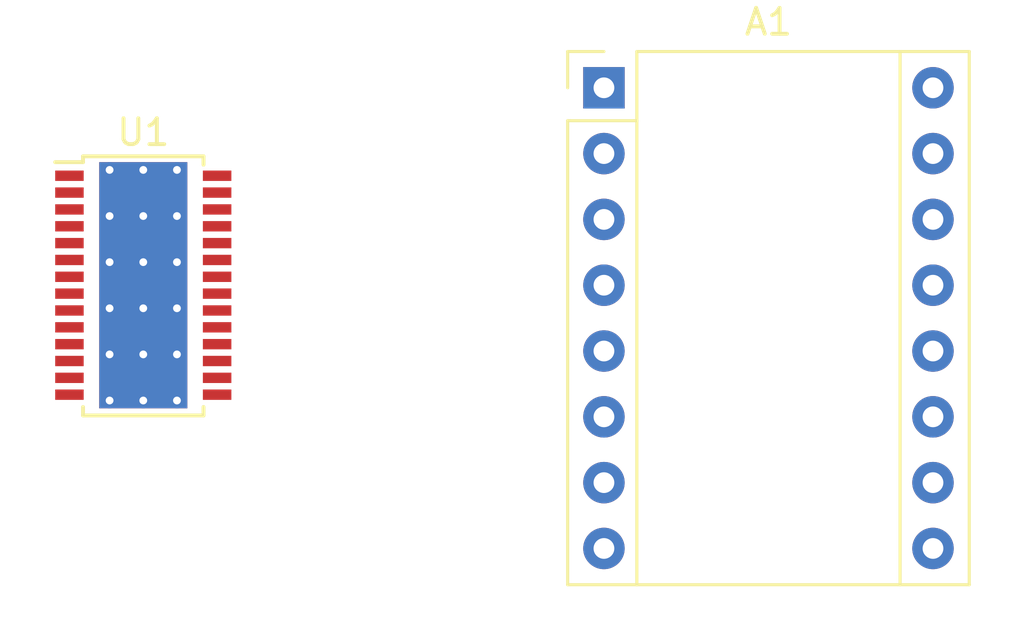
<source format=kicad_pcb>
(kicad_pcb (version 20171130) (host pcbnew "(5.1.5)-3")

  (general
    (thickness 1.6)
    (drawings 0)
    (tracks 0)
    (zones 0)
    (modules 2)
    (nets 43)
  )

  (page A4)
  (layers
    (0 F.Cu signal)
    (31 B.Cu signal)
    (32 B.Adhes user)
    (33 F.Adhes user)
    (34 B.Paste user)
    (35 F.Paste user)
    (36 B.SilkS user)
    (37 F.SilkS user)
    (38 B.Mask user)
    (39 F.Mask user)
    (40 Dwgs.User user)
    (41 Cmts.User user)
    (42 Eco1.User user)
    (43 Eco2.User user)
    (44 Edge.Cuts user)
    (45 Margin user)
    (46 B.CrtYd user)
    (47 F.CrtYd user)
    (48 B.Fab user)
    (49 F.Fab user)
  )

  (setup
    (last_trace_width 0.25)
    (trace_clearance 0.2)
    (zone_clearance 0.508)
    (zone_45_only no)
    (trace_min 0.2)
    (via_size 0.8)
    (via_drill 0.4)
    (via_min_size 0.4)
    (via_min_drill 0.3)
    (uvia_size 0.3)
    (uvia_drill 0.1)
    (uvias_allowed no)
    (uvia_min_size 0.2)
    (uvia_min_drill 0.1)
    (edge_width 0.05)
    (segment_width 0.2)
    (pcb_text_width 0.3)
    (pcb_text_size 1.5 1.5)
    (mod_edge_width 0.12)
    (mod_text_size 1 1)
    (mod_text_width 0.15)
    (pad_size 1.524 1.524)
    (pad_drill 0.762)
    (pad_to_mask_clearance 0.051)
    (solder_mask_min_width 0.25)
    (aux_axis_origin 0 0)
    (visible_elements FFFFFF7F)
    (pcbplotparams
      (layerselection 0x010fc_ffffffff)
      (usegerberextensions false)
      (usegerberattributes false)
      (usegerberadvancedattributes false)
      (creategerberjobfile false)
      (excludeedgelayer true)
      (linewidth 0.100000)
      (plotframeref false)
      (viasonmask false)
      (mode 1)
      (useauxorigin false)
      (hpglpennumber 1)
      (hpglpenspeed 20)
      (hpglpendiameter 15.000000)
      (psnegative false)
      (psa4output false)
      (plotreference true)
      (plotvalue true)
      (plotinvisibletext false)
      (padsonsilk false)
      (subtractmaskfromsilk false)
      (outputformat 1)
      (mirror false)
      (drillshape 1)
      (scaleselection 1)
      (outputdirectory ""))
  )

  (net 0 "")
  (net 1 "Net-(A1-Pad16)")
  (net 2 "Net-(A1-Pad8)")
  (net 3 "Net-(A1-Pad15)")
  (net 4 "Net-(A1-Pad7)")
  (net 5 "Net-(A1-Pad14)")
  (net 6 "Net-(A1-Pad6)")
  (net 7 "Net-(A1-Pad13)")
  (net 8 "Net-(A1-Pad5)")
  (net 9 "Net-(A1-Pad12)")
  (net 10 "Net-(A1-Pad4)")
  (net 11 "Net-(A1-Pad11)")
  (net 12 "Net-(A1-Pad3)")
  (net 13 "Net-(A1-Pad10)")
  (net 14 "Net-(A1-Pad2)")
  (net 15 "Net-(A1-Pad9)")
  (net 16 "Net-(A1-Pad1)")
  (net 17 "Net-(U1-Pad14)")
  (net 18 "Net-(U1-Pad27)")
  (net 19 "Net-(U1-Pad26)")
  (net 20 "Net-(U1-Pad25)")
  (net 21 "Net-(U1-Pad24)")
  (net 22 "Net-(U1-Pad22)")
  (net 23 "Net-(U1-Pad21)")
  (net 24 "Net-(U1-Pad20)")
  (net 25 "Net-(U1-Pad19)")
  (net 26 "Net-(U1-Pad18)")
  (net 27 "Net-(U1-Pad17)")
  (net 28 "Net-(U1-Pad16)")
  (net 29 "Net-(U1-Pad15)")
  (net 30 "Net-(U1-Pad13)")
  (net 31 "Net-(U1-Pad12)")
  (net 32 "Net-(U1-Pad11)")
  (net 33 "Net-(U1-Pad10)")
  (net 34 "Net-(U1-Pad9)")
  (net 35 "Net-(U1-Pad8)")
  (net 36 "Net-(U1-Pad7)")
  (net 37 "Net-(U1-Pad6)")
  (net 38 "Net-(U1-Pad5)")
  (net 39 "Net-(U1-Pad4)")
  (net 40 "Net-(U1-Pad3)")
  (net 41 "Net-(U1-Pad2)")
  (net 42 "Net-(U1-Pad1)")

  (net_class Default "This is the default net class."
    (clearance 0.2)
    (trace_width 0.25)
    (via_dia 0.8)
    (via_drill 0.4)
    (uvia_dia 0.3)
    (uvia_drill 0.1)
    (add_net "Net-(A1-Pad1)")
    (add_net "Net-(A1-Pad10)")
    (add_net "Net-(A1-Pad11)")
    (add_net "Net-(A1-Pad12)")
    (add_net "Net-(A1-Pad13)")
    (add_net "Net-(A1-Pad14)")
    (add_net "Net-(A1-Pad15)")
    (add_net "Net-(A1-Pad16)")
    (add_net "Net-(A1-Pad2)")
    (add_net "Net-(A1-Pad3)")
    (add_net "Net-(A1-Pad4)")
    (add_net "Net-(A1-Pad5)")
    (add_net "Net-(A1-Pad6)")
    (add_net "Net-(A1-Pad7)")
    (add_net "Net-(A1-Pad8)")
    (add_net "Net-(A1-Pad9)")
    (add_net "Net-(U1-Pad1)")
    (add_net "Net-(U1-Pad10)")
    (add_net "Net-(U1-Pad11)")
    (add_net "Net-(U1-Pad12)")
    (add_net "Net-(U1-Pad13)")
    (add_net "Net-(U1-Pad14)")
    (add_net "Net-(U1-Pad15)")
    (add_net "Net-(U1-Pad16)")
    (add_net "Net-(U1-Pad17)")
    (add_net "Net-(U1-Pad18)")
    (add_net "Net-(U1-Pad19)")
    (add_net "Net-(U1-Pad2)")
    (add_net "Net-(U1-Pad20)")
    (add_net "Net-(U1-Pad21)")
    (add_net "Net-(U1-Pad22)")
    (add_net "Net-(U1-Pad24)")
    (add_net "Net-(U1-Pad25)")
    (add_net "Net-(U1-Pad26)")
    (add_net "Net-(U1-Pad27)")
    (add_net "Net-(U1-Pad3)")
    (add_net "Net-(U1-Pad4)")
    (add_net "Net-(U1-Pad5)")
    (add_net "Net-(U1-Pad6)")
    (add_net "Net-(U1-Pad7)")
    (add_net "Net-(U1-Pad8)")
    (add_net "Net-(U1-Pad9)")
  )

  (module Package_SO:HTSSOP-28-1EP_4.4x9.7mm_P0.65mm_EP3.4x9.5mm_ThermalVias (layer F.Cu) (tedit 5A671C1D) (tstamp 5E5C3EFE)
    (at 62.23 59.69)
    (descr "HTSSOP28: plastic thin shrink small outline package; 28 leads; body width 4.4 mm; thermal pad")
    (tags "TSSOP HTSSOP 0.65 thermal pad")
    (path /5E5BDB2A)
    (attr smd)
    (fp_text reference U1 (at 0 -5.9) (layer F.SilkS)
      (effects (font (size 1 1) (thickness 0.15)))
    )
    (fp_text value DRV8825PWPR (at 0 5.9) (layer F.Fab)
      (effects (font (size 1 1) (thickness 0.15)))
    )
    (fp_text user %R (at 0 0) (layer F.Fab)
      (effects (font (size 0.8 0.8) (thickness 0.15)))
    )
    (fp_line (start -2.325 -4.75) (end -3.4 -4.75) (layer F.SilkS) (width 0.15))
    (fp_line (start -2.325 5.0258) (end 2.325 5.0258) (layer F.SilkS) (width 0.15))
    (fp_line (start -2.325 -4.975) (end 2.325 -4.975) (layer F.SilkS) (width 0.15))
    (fp_line (start -2.325 5.0258) (end -2.325 4.7008) (layer F.SilkS) (width 0.15))
    (fp_line (start 2.325 5.0258) (end 2.325 4.7008) (layer F.SilkS) (width 0.15))
    (fp_line (start 2.325 -4.975) (end 2.325 -4.65) (layer F.SilkS) (width 0.15))
    (fp_line (start -2.325 -4.975) (end -2.325 -4.75) (layer F.SilkS) (width 0.15))
    (fp_line (start -3.65 5.15) (end 3.65 5.15) (layer F.CrtYd) (width 0.05))
    (fp_line (start -3.65 -5.15) (end 3.65 -5.15) (layer F.CrtYd) (width 0.05))
    (fp_line (start 3.65 -5.15) (end 3.65 5.15) (layer F.CrtYd) (width 0.05))
    (fp_line (start -3.65 -5.15) (end -3.65 5.15) (layer F.CrtYd) (width 0.05))
    (fp_line (start -2.2 -3.85) (end -1.2 -4.85) (layer F.Fab) (width 0.15))
    (fp_line (start -2.2 4.85) (end -2.2 -3.85) (layer F.Fab) (width 0.15))
    (fp_line (start 2.2 4.9008) (end -2.2 4.9008) (layer F.Fab) (width 0.15))
    (fp_line (start 2.2 -4.85) (end 2.2 4.85) (layer F.Fab) (width 0.15))
    (fp_line (start -1.2 -4.85) (end 2.2 -4.85) (layer F.Fab) (width 0.15))
    (pad 29 smd rect (at 0 0) (size 3.4 9.5) (layers B.Cu))
    (pad "" smd rect (at -0.85 3.56) (size 1.4 1.4) (layers F.Paste))
    (pad "" smd rect (at 0.85 3.56) (size 1.4 1.4) (layers F.Paste))
    (pad "" smd rect (at -0.85 1.78) (size 1.4 1.4) (layers F.Paste))
    (pad "" smd rect (at 0.85 1.78) (size 1.4 1.4) (layers F.Paste))
    (pad "" smd rect (at -0.85 0) (size 1.4 1.4) (layers F.Paste))
    (pad "" smd rect (at 0.85 0) (size 1.4 1.4) (layers F.Paste))
    (pad "" smd rect (at -0.85 -1.78) (size 1.4 1.4) (layers F.Paste))
    (pad "" smd rect (at 0.85 -1.78) (size 1.4 1.4) (layers F.Paste))
    (pad "" smd rect (at 0.85 -3.56) (size 1.4 1.4) (layers F.Paste))
    (pad "" smd rect (at -0.85 -3.56) (size 1.4 1.4) (layers F.Paste))
    (pad 29 thru_hole circle (at -1.3 4.45) (size 0.6 0.6) (drill 0.3) (layers *.Cu))
    (pad 29 thru_hole circle (at 0 4.45) (size 0.6 0.6) (drill 0.3) (layers *.Cu))
    (pad 29 thru_hole circle (at 1.3 4.45) (size 0.6 0.6) (drill 0.3) (layers *.Cu))
    (pad 29 thru_hole circle (at -1.3 2.67) (size 0.6 0.6) (drill 0.3) (layers *.Cu))
    (pad 29 thru_hole circle (at 0 2.67) (size 0.6 0.6) (drill 0.3) (layers *.Cu))
    (pad 29 thru_hole circle (at 1.3 2.67) (size 0.6 0.6) (drill 0.3) (layers *.Cu))
    (pad 29 thru_hole circle (at -1.3 0.89) (size 0.6 0.6) (drill 0.3) (layers *.Cu))
    (pad 29 thru_hole circle (at 0 0.89) (size 0.6 0.6) (drill 0.3) (layers *.Cu))
    (pad 29 thru_hole circle (at 1.3 0.89) (size 0.6 0.6) (drill 0.3) (layers *.Cu))
    (pad 29 thru_hole circle (at -1.3 -0.89) (size 0.6 0.6) (drill 0.3) (layers *.Cu))
    (pad 29 thru_hole circle (at 0 -0.89) (size 0.6 0.6) (drill 0.3) (layers *.Cu))
    (pad 29 thru_hole circle (at 1.3 -0.89) (size 0.6 0.6) (drill 0.3) (layers *.Cu))
    (pad 29 thru_hole circle (at -1.3 -2.67) (size 0.6 0.6) (drill 0.3) (layers *.Cu))
    (pad 29 thru_hole circle (at 0 -2.67) (size 0.6 0.6) (drill 0.3) (layers *.Cu))
    (pad 29 thru_hole circle (at 1.3 -2.67) (size 0.6 0.6) (drill 0.3) (layers *.Cu))
    (pad 29 thru_hole circle (at 1.3 -4.45) (size 0.6 0.6) (drill 0.3) (layers *.Cu))
    (pad 29 thru_hole circle (at 0 -4.45) (size 0.6 0.6) (drill 0.3) (layers *.Cu))
    (pad 29 thru_hole circle (at -1.3 -4.45) (size 0.6 0.6) (drill 0.3) (layers *.Cu))
    (pad 29 smd rect (at 0 0) (size 3.4 9.5) (layers F.Cu F.Mask))
    (pad 28 smd rect (at 2.85 -4.225) (size 1.1 0.4) (layers F.Cu F.Paste F.Mask)
      (net 17 "Net-(U1-Pad14)"))
    (pad 27 smd rect (at 2.85 -3.575) (size 1.1 0.4) (layers F.Cu F.Paste F.Mask)
      (net 18 "Net-(U1-Pad27)"))
    (pad 26 smd rect (at 2.85 -2.925) (size 1.1 0.4) (layers F.Cu F.Paste F.Mask)
      (net 19 "Net-(U1-Pad26)"))
    (pad 25 smd rect (at 2.85 -2.275) (size 1.1 0.4) (layers F.Cu F.Paste F.Mask)
      (net 20 "Net-(U1-Pad25)"))
    (pad 24 smd rect (at 2.85 -1.625) (size 1.1 0.4) (layers F.Cu F.Paste F.Mask)
      (net 21 "Net-(U1-Pad24)"))
    (pad 23 smd rect (at 2.85 -0.975) (size 1.1 0.4) (layers F.Cu F.Paste F.Mask))
    (pad 22 smd rect (at 2.85 -0.325) (size 1.1 0.4) (layers F.Cu F.Paste F.Mask)
      (net 22 "Net-(U1-Pad22)"))
    (pad 21 smd rect (at 2.85 0.325) (size 1.1 0.4) (layers F.Cu F.Paste F.Mask)
      (net 23 "Net-(U1-Pad21)"))
    (pad 20 smd rect (at 2.85 0.975) (size 1.1 0.4) (layers F.Cu F.Paste F.Mask)
      (net 24 "Net-(U1-Pad20)"))
    (pad 19 smd rect (at 2.85 1.625) (size 1.1 0.4) (layers F.Cu F.Paste F.Mask)
      (net 25 "Net-(U1-Pad19)"))
    (pad 18 smd rect (at 2.85 2.275) (size 1.1 0.4) (layers F.Cu F.Paste F.Mask)
      (net 26 "Net-(U1-Pad18)"))
    (pad 17 smd rect (at 2.85 2.925) (size 1.1 0.4) (layers F.Cu F.Paste F.Mask)
      (net 27 "Net-(U1-Pad17)"))
    (pad 16 smd rect (at 2.85 3.575) (size 1.1 0.4) (layers F.Cu F.Paste F.Mask)
      (net 28 "Net-(U1-Pad16)"))
    (pad 15 smd rect (at 2.85 4.225) (size 1.1 0.4) (layers F.Cu F.Paste F.Mask)
      (net 29 "Net-(U1-Pad15)"))
    (pad 14 smd rect (at -2.85 4.225) (size 1.1 0.4) (layers F.Cu F.Paste F.Mask)
      (net 17 "Net-(U1-Pad14)"))
    (pad 13 smd rect (at -2.85 3.575) (size 1.1 0.4) (layers F.Cu F.Paste F.Mask)
      (net 30 "Net-(U1-Pad13)"))
    (pad 12 smd rect (at -2.85 2.925) (size 1.1 0.4) (layers F.Cu F.Paste F.Mask)
      (net 31 "Net-(U1-Pad12)"))
    (pad 11 smd rect (at -2.85 2.275) (size 1.1 0.4) (layers F.Cu F.Paste F.Mask)
      (net 32 "Net-(U1-Pad11)"))
    (pad 10 smd rect (at -2.85 1.625) (size 1.1 0.4) (layers F.Cu F.Paste F.Mask)
      (net 33 "Net-(U1-Pad10)"))
    (pad 9 smd rect (at -2.85 0.975) (size 1.1 0.4) (layers F.Cu F.Paste F.Mask)
      (net 34 "Net-(U1-Pad9)"))
    (pad 8 smd rect (at -2.85 0.325) (size 1.1 0.4) (layers F.Cu F.Paste F.Mask)
      (net 35 "Net-(U1-Pad8)"))
    (pad 7 smd rect (at -2.85 -0.325) (size 1.1 0.4) (layers F.Cu F.Paste F.Mask)
      (net 36 "Net-(U1-Pad7)"))
    (pad 6 smd rect (at -2.85 -0.975) (size 1.1 0.4) (layers F.Cu F.Paste F.Mask)
      (net 37 "Net-(U1-Pad6)"))
    (pad 5 smd rect (at -2.85 -1.625) (size 1.1 0.4) (layers F.Cu F.Paste F.Mask)
      (net 38 "Net-(U1-Pad5)"))
    (pad 4 smd rect (at -2.85 -2.275) (size 1.1 0.4) (layers F.Cu F.Paste F.Mask)
      (net 39 "Net-(U1-Pad4)"))
    (pad 3 smd rect (at -2.85 -2.925) (size 1.1 0.4) (layers F.Cu F.Paste F.Mask)
      (net 40 "Net-(U1-Pad3)"))
    (pad 2 smd rect (at -2.85 -3.575) (size 1.1 0.4) (layers F.Cu F.Paste F.Mask)
      (net 41 "Net-(U1-Pad2)"))
    (pad 1 smd rect (at -2.85 -4.225) (size 1.1 0.4) (layers F.Cu F.Paste F.Mask)
      (net 42 "Net-(U1-Pad1)"))
    (model ${KISYS3DMOD}/Package_SO.3dshapes/HTSSOP-28-1EP_4.4x9.7mm_P0.65mm_EP3.4x9.5mm.wrl
      (at (xyz 0 0 0))
      (scale (xyz 1 1 1))
      (rotate (xyz 0 0 0))
    )
  )

  (module Module:Pololu_Breakout-16_15.2x20.3mm (layer F.Cu) (tedit 58AB602C) (tstamp 5E5C3EAF)
    (at 80.01 52.07)
    (descr "Pololu Breakout 16-pin 15.2x20.3mm 0.6x0.8\\")
    (tags "Pololu Breakout")
    (path /5E5B9E36)
    (fp_text reference A1 (at 6.35 -2.54) (layer F.SilkS)
      (effects (font (size 1 1) (thickness 0.15)))
    )
    (fp_text value Pololu_Breakout_DRV8825 (at 6.35 20.17) (layer F.Fab)
      (effects (font (size 1 1) (thickness 0.15)))
    )
    (fp_line (start 14.21 19.3) (end -1.53 19.3) (layer F.CrtYd) (width 0.05))
    (fp_line (start 14.21 19.3) (end 14.21 -1.52) (layer F.CrtYd) (width 0.05))
    (fp_line (start -1.53 -1.52) (end -1.53 19.3) (layer F.CrtYd) (width 0.05))
    (fp_line (start -1.53 -1.52) (end 14.21 -1.52) (layer F.CrtYd) (width 0.05))
    (fp_line (start -1.27 19.05) (end -1.27 0) (layer F.Fab) (width 0.1))
    (fp_line (start 13.97 19.05) (end -1.27 19.05) (layer F.Fab) (width 0.1))
    (fp_line (start 13.97 -1.27) (end 13.97 19.05) (layer F.Fab) (width 0.1))
    (fp_line (start 0 -1.27) (end 13.97 -1.27) (layer F.Fab) (width 0.1))
    (fp_line (start -1.27 0) (end 0 -1.27) (layer F.Fab) (width 0.1))
    (fp_line (start 14.1 -1.4) (end 1.27 -1.4) (layer F.SilkS) (width 0.12))
    (fp_line (start 14.1 19.18) (end 14.1 -1.4) (layer F.SilkS) (width 0.12))
    (fp_line (start -1.4 19.18) (end 14.1 19.18) (layer F.SilkS) (width 0.12))
    (fp_line (start -1.4 1.27) (end -1.4 19.18) (layer F.SilkS) (width 0.12))
    (fp_line (start 1.27 1.27) (end -1.4 1.27) (layer F.SilkS) (width 0.12))
    (fp_line (start 1.27 -1.4) (end 1.27 1.27) (layer F.SilkS) (width 0.12))
    (fp_line (start -1.4 -1.4) (end -1.4 0) (layer F.SilkS) (width 0.12))
    (fp_line (start 0 -1.4) (end -1.4 -1.4) (layer F.SilkS) (width 0.12))
    (fp_line (start 1.27 1.27) (end 1.27 19.18) (layer F.SilkS) (width 0.12))
    (fp_line (start 11.43 -1.4) (end 11.43 19.18) (layer F.SilkS) (width 0.12))
    (fp_text user %R (at 6.35 0) (layer F.Fab)
      (effects (font (size 1 1) (thickness 0.15)))
    )
    (pad 16 thru_hole oval (at 12.7 0) (size 1.6 1.6) (drill 0.8) (layers *.Cu *.Mask)
      (net 1 "Net-(A1-Pad16)"))
    (pad 8 thru_hole oval (at 0 17.78) (size 1.6 1.6) (drill 0.8) (layers *.Cu *.Mask)
      (net 2 "Net-(A1-Pad8)"))
    (pad 15 thru_hole oval (at 12.7 2.54) (size 1.6 1.6) (drill 0.8) (layers *.Cu *.Mask)
      (net 3 "Net-(A1-Pad15)"))
    (pad 7 thru_hole oval (at 0 15.24) (size 1.6 1.6) (drill 0.8) (layers *.Cu *.Mask)
      (net 4 "Net-(A1-Pad7)"))
    (pad 14 thru_hole oval (at 12.7 5.08) (size 1.6 1.6) (drill 0.8) (layers *.Cu *.Mask)
      (net 5 "Net-(A1-Pad14)"))
    (pad 6 thru_hole oval (at 0 12.7) (size 1.6 1.6) (drill 0.8) (layers *.Cu *.Mask)
      (net 6 "Net-(A1-Pad6)"))
    (pad 13 thru_hole oval (at 12.7 7.62) (size 1.6 1.6) (drill 0.8) (layers *.Cu *.Mask)
      (net 7 "Net-(A1-Pad13)"))
    (pad 5 thru_hole oval (at 0 10.16) (size 1.6 1.6) (drill 0.8) (layers *.Cu *.Mask)
      (net 8 "Net-(A1-Pad5)"))
    (pad 12 thru_hole oval (at 12.7 10.16) (size 1.6 1.6) (drill 0.8) (layers *.Cu *.Mask)
      (net 9 "Net-(A1-Pad12)"))
    (pad 4 thru_hole oval (at 0 7.62) (size 1.6 1.6) (drill 0.8) (layers *.Cu *.Mask)
      (net 10 "Net-(A1-Pad4)"))
    (pad 11 thru_hole oval (at 12.7 12.7) (size 1.6 1.6) (drill 0.8) (layers *.Cu *.Mask)
      (net 11 "Net-(A1-Pad11)"))
    (pad 3 thru_hole oval (at 0 5.08) (size 1.6 1.6) (drill 0.8) (layers *.Cu *.Mask)
      (net 12 "Net-(A1-Pad3)"))
    (pad 10 thru_hole oval (at 12.7 15.24) (size 1.6 1.6) (drill 0.8) (layers *.Cu *.Mask)
      (net 13 "Net-(A1-Pad10)"))
    (pad 2 thru_hole oval (at 0 2.54) (size 1.6 1.6) (drill 0.8) (layers *.Cu *.Mask)
      (net 14 "Net-(A1-Pad2)"))
    (pad 9 thru_hole oval (at 12.7 17.78) (size 1.6 1.6) (drill 0.8) (layers *.Cu *.Mask)
      (net 15 "Net-(A1-Pad9)"))
    (pad 1 thru_hole rect (at 0 0) (size 1.6 1.6) (drill 0.8) (layers *.Cu *.Mask)
      (net 16 "Net-(A1-Pad1)"))
    (model ${KISYS3DMOD}/Module.3dshapes/Pololu_Breakout-16_15.2x20.3mm.wrl
      (at (xyz 0 0 0))
      (scale (xyz 1 1 1))
      (rotate (xyz 0 0 0))
    )
  )

)

</source>
